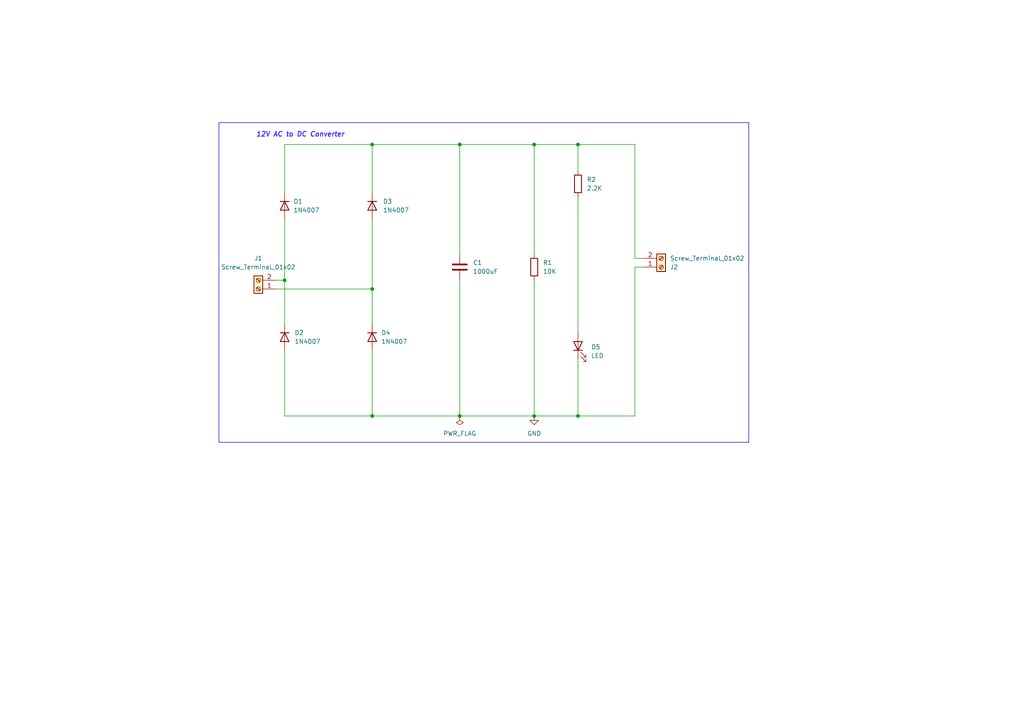
<source format=kicad_sch>
(kicad_sch
	(version 20250114)
	(generator "eeschema")
	(generator_version "9.0")
	(uuid "0d20e2d4-efc8-4791-8480-9b116ee24844")
	(paper "A4")
	(lib_symbols
		(symbol "Connector:Screw_Terminal_01x02"
			(pin_names
				(offset 1.016)
				(hide yes)
			)
			(exclude_from_sim no)
			(in_bom yes)
			(on_board yes)
			(property "Reference" "J"
				(at 0 2.54 0)
				(effects
					(font
						(size 1.27 1.27)
					)
				)
			)
			(property "Value" "Screw_Terminal_01x02"
				(at 0 -5.08 0)
				(effects
					(font
						(size 1.27 1.27)
					)
				)
			)
			(property "Footprint" ""
				(at 0 0 0)
				(effects
					(font
						(size 1.27 1.27)
					)
					(hide yes)
				)
			)
			(property "Datasheet" "~"
				(at 0 0 0)
				(effects
					(font
						(size 1.27 1.27)
					)
					(hide yes)
				)
			)
			(property "Description" "Generic screw terminal, single row, 01x02, script generated (kicad-library-utils/schlib/autogen/connector/)"
				(at 0 0 0)
				(effects
					(font
						(size 1.27 1.27)
					)
					(hide yes)
				)
			)
			(property "ki_keywords" "screw terminal"
				(at 0 0 0)
				(effects
					(font
						(size 1.27 1.27)
					)
					(hide yes)
				)
			)
			(property "ki_fp_filters" "TerminalBlock*:*"
				(at 0 0 0)
				(effects
					(font
						(size 1.27 1.27)
					)
					(hide yes)
				)
			)
			(symbol "Screw_Terminal_01x02_1_1"
				(rectangle
					(start -1.27 1.27)
					(end 1.27 -3.81)
					(stroke
						(width 0.254)
						(type default)
					)
					(fill
						(type background)
					)
				)
				(polyline
					(pts
						(xy -0.5334 0.3302) (xy 0.3302 -0.508)
					)
					(stroke
						(width 0.1524)
						(type default)
					)
					(fill
						(type none)
					)
				)
				(polyline
					(pts
						(xy -0.5334 -2.2098) (xy 0.3302 -3.048)
					)
					(stroke
						(width 0.1524)
						(type default)
					)
					(fill
						(type none)
					)
				)
				(polyline
					(pts
						(xy -0.3556 0.508) (xy 0.508 -0.3302)
					)
					(stroke
						(width 0.1524)
						(type default)
					)
					(fill
						(type none)
					)
				)
				(polyline
					(pts
						(xy -0.3556 -2.032) (xy 0.508 -2.8702)
					)
					(stroke
						(width 0.1524)
						(type default)
					)
					(fill
						(type none)
					)
				)
				(circle
					(center 0 0)
					(radius 0.635)
					(stroke
						(width 0.1524)
						(type default)
					)
					(fill
						(type none)
					)
				)
				(circle
					(center 0 -2.54)
					(radius 0.635)
					(stroke
						(width 0.1524)
						(type default)
					)
					(fill
						(type none)
					)
				)
				(pin passive line
					(at -5.08 0 0)
					(length 3.81)
					(name "Pin_1"
						(effects
							(font
								(size 1.27 1.27)
							)
						)
					)
					(number "1"
						(effects
							(font
								(size 1.27 1.27)
							)
						)
					)
				)
				(pin passive line
					(at -5.08 -2.54 0)
					(length 3.81)
					(name "Pin_2"
						(effects
							(font
								(size 1.27 1.27)
							)
						)
					)
					(number "2"
						(effects
							(font
								(size 1.27 1.27)
							)
						)
					)
				)
			)
			(embedded_fonts no)
		)
		(symbol "Device:C"
			(pin_numbers
				(hide yes)
			)
			(pin_names
				(offset 0.254)
			)
			(exclude_from_sim no)
			(in_bom yes)
			(on_board yes)
			(property "Reference" "C"
				(at 0.635 2.54 0)
				(effects
					(font
						(size 1.27 1.27)
					)
					(justify left)
				)
			)
			(property "Value" "C"
				(at 0.635 -2.54 0)
				(effects
					(font
						(size 1.27 1.27)
					)
					(justify left)
				)
			)
			(property "Footprint" ""
				(at 0.9652 -3.81 0)
				(effects
					(font
						(size 1.27 1.27)
					)
					(hide yes)
				)
			)
			(property "Datasheet" "~"
				(at 0 0 0)
				(effects
					(font
						(size 1.27 1.27)
					)
					(hide yes)
				)
			)
			(property "Description" "Unpolarized capacitor"
				(at 0 0 0)
				(effects
					(font
						(size 1.27 1.27)
					)
					(hide yes)
				)
			)
			(property "ki_keywords" "cap capacitor"
				(at 0 0 0)
				(effects
					(font
						(size 1.27 1.27)
					)
					(hide yes)
				)
			)
			(property "ki_fp_filters" "C_*"
				(at 0 0 0)
				(effects
					(font
						(size 1.27 1.27)
					)
					(hide yes)
				)
			)
			(symbol "C_0_1"
				(polyline
					(pts
						(xy -2.032 0.762) (xy 2.032 0.762)
					)
					(stroke
						(width 0.508)
						(type default)
					)
					(fill
						(type none)
					)
				)
				(polyline
					(pts
						(xy -2.032 -0.762) (xy 2.032 -0.762)
					)
					(stroke
						(width 0.508)
						(type default)
					)
					(fill
						(type none)
					)
				)
			)
			(symbol "C_1_1"
				(pin passive line
					(at 0 3.81 270)
					(length 2.794)
					(name "~"
						(effects
							(font
								(size 1.27 1.27)
							)
						)
					)
					(number "1"
						(effects
							(font
								(size 1.27 1.27)
							)
						)
					)
				)
				(pin passive line
					(at 0 -3.81 90)
					(length 2.794)
					(name "~"
						(effects
							(font
								(size 1.27 1.27)
							)
						)
					)
					(number "2"
						(effects
							(font
								(size 1.27 1.27)
							)
						)
					)
				)
			)
			(embedded_fonts no)
		)
		(symbol "Device:LED"
			(pin_numbers
				(hide yes)
			)
			(pin_names
				(offset 1.016)
				(hide yes)
			)
			(exclude_from_sim no)
			(in_bom yes)
			(on_board yes)
			(property "Reference" "D"
				(at 0 2.54 0)
				(effects
					(font
						(size 1.27 1.27)
					)
				)
			)
			(property "Value" "LED"
				(at 0 -2.54 0)
				(effects
					(font
						(size 1.27 1.27)
					)
				)
			)
			(property "Footprint" ""
				(at 0 0 0)
				(effects
					(font
						(size 1.27 1.27)
					)
					(hide yes)
				)
			)
			(property "Datasheet" "~"
				(at 0 0 0)
				(effects
					(font
						(size 1.27 1.27)
					)
					(hide yes)
				)
			)
			(property "Description" "Light emitting diode"
				(at 0 0 0)
				(effects
					(font
						(size 1.27 1.27)
					)
					(hide yes)
				)
			)
			(property "Sim.Pins" "1=K 2=A"
				(at 0 0 0)
				(effects
					(font
						(size 1.27 1.27)
					)
					(hide yes)
				)
			)
			(property "ki_keywords" "LED diode"
				(at 0 0 0)
				(effects
					(font
						(size 1.27 1.27)
					)
					(hide yes)
				)
			)
			(property "ki_fp_filters" "LED* LED_SMD:* LED_THT:*"
				(at 0 0 0)
				(effects
					(font
						(size 1.27 1.27)
					)
					(hide yes)
				)
			)
			(symbol "LED_0_1"
				(polyline
					(pts
						(xy -3.048 -0.762) (xy -4.572 -2.286) (xy -3.81 -2.286) (xy -4.572 -2.286) (xy -4.572 -1.524)
					)
					(stroke
						(width 0)
						(type default)
					)
					(fill
						(type none)
					)
				)
				(polyline
					(pts
						(xy -1.778 -0.762) (xy -3.302 -2.286) (xy -2.54 -2.286) (xy -3.302 -2.286) (xy -3.302 -1.524)
					)
					(stroke
						(width 0)
						(type default)
					)
					(fill
						(type none)
					)
				)
				(polyline
					(pts
						(xy -1.27 0) (xy 1.27 0)
					)
					(stroke
						(width 0)
						(type default)
					)
					(fill
						(type none)
					)
				)
				(polyline
					(pts
						(xy -1.27 -1.27) (xy -1.27 1.27)
					)
					(stroke
						(width 0.254)
						(type default)
					)
					(fill
						(type none)
					)
				)
				(polyline
					(pts
						(xy 1.27 -1.27) (xy 1.27 1.27) (xy -1.27 0) (xy 1.27 -1.27)
					)
					(stroke
						(width 0.254)
						(type default)
					)
					(fill
						(type none)
					)
				)
			)
			(symbol "LED_1_1"
				(pin passive line
					(at -3.81 0 0)
					(length 2.54)
					(name "K"
						(effects
							(font
								(size 1.27 1.27)
							)
						)
					)
					(number "1"
						(effects
							(font
								(size 1.27 1.27)
							)
						)
					)
				)
				(pin passive line
					(at 3.81 0 180)
					(length 2.54)
					(name "A"
						(effects
							(font
								(size 1.27 1.27)
							)
						)
					)
					(number "2"
						(effects
							(font
								(size 1.27 1.27)
							)
						)
					)
				)
			)
			(embedded_fonts no)
		)
		(symbol "Device:R"
			(pin_numbers
				(hide yes)
			)
			(pin_names
				(offset 0)
			)
			(exclude_from_sim no)
			(in_bom yes)
			(on_board yes)
			(property "Reference" "R"
				(at 2.032 0 90)
				(effects
					(font
						(size 1.27 1.27)
					)
				)
			)
			(property "Value" "R"
				(at 0 0 90)
				(effects
					(font
						(size 1.27 1.27)
					)
				)
			)
			(property "Footprint" ""
				(at -1.778 0 90)
				(effects
					(font
						(size 1.27 1.27)
					)
					(hide yes)
				)
			)
			(property "Datasheet" "~"
				(at 0 0 0)
				(effects
					(font
						(size 1.27 1.27)
					)
					(hide yes)
				)
			)
			(property "Description" "Resistor"
				(at 0 0 0)
				(effects
					(font
						(size 1.27 1.27)
					)
					(hide yes)
				)
			)
			(property "ki_keywords" "R res resistor"
				(at 0 0 0)
				(effects
					(font
						(size 1.27 1.27)
					)
					(hide yes)
				)
			)
			(property "ki_fp_filters" "R_*"
				(at 0 0 0)
				(effects
					(font
						(size 1.27 1.27)
					)
					(hide yes)
				)
			)
			(symbol "R_0_1"
				(rectangle
					(start -1.016 -2.54)
					(end 1.016 2.54)
					(stroke
						(width 0.254)
						(type default)
					)
					(fill
						(type none)
					)
				)
			)
			(symbol "R_1_1"
				(pin passive line
					(at 0 3.81 270)
					(length 1.27)
					(name "~"
						(effects
							(font
								(size 1.27 1.27)
							)
						)
					)
					(number "1"
						(effects
							(font
								(size 1.27 1.27)
							)
						)
					)
				)
				(pin passive line
					(at 0 -3.81 90)
					(length 1.27)
					(name "~"
						(effects
							(font
								(size 1.27 1.27)
							)
						)
					)
					(number "2"
						(effects
							(font
								(size 1.27 1.27)
							)
						)
					)
				)
			)
			(embedded_fonts no)
		)
		(symbol "Diode:1N4007"
			(pin_numbers
				(hide yes)
			)
			(pin_names
				(hide yes)
			)
			(exclude_from_sim no)
			(in_bom yes)
			(on_board yes)
			(property "Reference" "D"
				(at 0 2.54 0)
				(effects
					(font
						(size 1.27 1.27)
					)
				)
			)
			(property "Value" "1N4007"
				(at 0 -2.54 0)
				(effects
					(font
						(size 1.27 1.27)
					)
				)
			)
			(property "Footprint" "Diode_THT:D_DO-41_SOD81_P10.16mm_Horizontal"
				(at 0 -4.445 0)
				(effects
					(font
						(size 1.27 1.27)
					)
					(hide yes)
				)
			)
			(property "Datasheet" "http://www.vishay.com/docs/88503/1n4001.pdf"
				(at 0 0 0)
				(effects
					(font
						(size 1.27 1.27)
					)
					(hide yes)
				)
			)
			(property "Description" "1000V 1A General Purpose Rectifier Diode, DO-41"
				(at 0 0 0)
				(effects
					(font
						(size 1.27 1.27)
					)
					(hide yes)
				)
			)
			(property "Sim.Device" "D"
				(at 0 0 0)
				(effects
					(font
						(size 1.27 1.27)
					)
					(hide yes)
				)
			)
			(property "Sim.Pins" "1=K 2=A"
				(at 0 0 0)
				(effects
					(font
						(size 1.27 1.27)
					)
					(hide yes)
				)
			)
			(property "ki_keywords" "diode"
				(at 0 0 0)
				(effects
					(font
						(size 1.27 1.27)
					)
					(hide yes)
				)
			)
			(property "ki_fp_filters" "D*DO?41*"
				(at 0 0 0)
				(effects
					(font
						(size 1.27 1.27)
					)
					(hide yes)
				)
			)
			(symbol "1N4007_0_1"
				(polyline
					(pts
						(xy -1.27 1.27) (xy -1.27 -1.27)
					)
					(stroke
						(width 0.254)
						(type default)
					)
					(fill
						(type none)
					)
				)
				(polyline
					(pts
						(xy 1.27 1.27) (xy 1.27 -1.27) (xy -1.27 0) (xy 1.27 1.27)
					)
					(stroke
						(width 0.254)
						(type default)
					)
					(fill
						(type none)
					)
				)
				(polyline
					(pts
						(xy 1.27 0) (xy -1.27 0)
					)
					(stroke
						(width 0)
						(type default)
					)
					(fill
						(type none)
					)
				)
			)
			(symbol "1N4007_1_1"
				(pin passive line
					(at -3.81 0 0)
					(length 2.54)
					(name "K"
						(effects
							(font
								(size 1.27 1.27)
							)
						)
					)
					(number "1"
						(effects
							(font
								(size 1.27 1.27)
							)
						)
					)
				)
				(pin passive line
					(at 3.81 0 180)
					(length 2.54)
					(name "A"
						(effects
							(font
								(size 1.27 1.27)
							)
						)
					)
					(number "2"
						(effects
							(font
								(size 1.27 1.27)
							)
						)
					)
				)
			)
			(embedded_fonts no)
		)
		(symbol "power:GND"
			(power)
			(pin_numbers
				(hide yes)
			)
			(pin_names
				(offset 0)
				(hide yes)
			)
			(exclude_from_sim no)
			(in_bom yes)
			(on_board yes)
			(property "Reference" "#PWR"
				(at 0 -6.35 0)
				(effects
					(font
						(size 1.27 1.27)
					)
					(hide yes)
				)
			)
			(property "Value" "GND"
				(at 0 -3.81 0)
				(effects
					(font
						(size 1.27 1.27)
					)
				)
			)
			(property "Footprint" ""
				(at 0 0 0)
				(effects
					(font
						(size 1.27 1.27)
					)
					(hide yes)
				)
			)
			(property "Datasheet" ""
				(at 0 0 0)
				(effects
					(font
						(size 1.27 1.27)
					)
					(hide yes)
				)
			)
			(property "Description" "Power symbol creates a global label with name \"GND\" , ground"
				(at 0 0 0)
				(effects
					(font
						(size 1.27 1.27)
					)
					(hide yes)
				)
			)
			(property "ki_keywords" "global power"
				(at 0 0 0)
				(effects
					(font
						(size 1.27 1.27)
					)
					(hide yes)
				)
			)
			(symbol "GND_0_1"
				(polyline
					(pts
						(xy 0 0) (xy 0 -1.27) (xy 1.27 -1.27) (xy 0 -2.54) (xy -1.27 -1.27) (xy 0 -1.27)
					)
					(stroke
						(width 0)
						(type default)
					)
					(fill
						(type none)
					)
				)
			)
			(symbol "GND_1_1"
				(pin power_in line
					(at 0 0 270)
					(length 0)
					(name "~"
						(effects
							(font
								(size 1.27 1.27)
							)
						)
					)
					(number "1"
						(effects
							(font
								(size 1.27 1.27)
							)
						)
					)
				)
			)
			(embedded_fonts no)
		)
		(symbol "power:PWR_FLAG"
			(power)
			(pin_numbers
				(hide yes)
			)
			(pin_names
				(offset 0)
				(hide yes)
			)
			(exclude_from_sim no)
			(in_bom yes)
			(on_board yes)
			(property "Reference" "#FLG"
				(at 0 1.905 0)
				(effects
					(font
						(size 1.27 1.27)
					)
					(hide yes)
				)
			)
			(property "Value" "PWR_FLAG"
				(at 0 3.81 0)
				(effects
					(font
						(size 1.27 1.27)
					)
				)
			)
			(property "Footprint" ""
				(at 0 0 0)
				(effects
					(font
						(size 1.27 1.27)
					)
					(hide yes)
				)
			)
			(property "Datasheet" "~"
				(at 0 0 0)
				(effects
					(font
						(size 1.27 1.27)
					)
					(hide yes)
				)
			)
			(property "Description" "Special symbol for telling ERC where power comes from"
				(at 0 0 0)
				(effects
					(font
						(size 1.27 1.27)
					)
					(hide yes)
				)
			)
			(property "ki_keywords" "flag power"
				(at 0 0 0)
				(effects
					(font
						(size 1.27 1.27)
					)
					(hide yes)
				)
			)
			(symbol "PWR_FLAG_0_0"
				(pin power_out line
					(at 0 0 90)
					(length 0)
					(name "~"
						(effects
							(font
								(size 1.27 1.27)
							)
						)
					)
					(number "1"
						(effects
							(font
								(size 1.27 1.27)
							)
						)
					)
				)
			)
			(symbol "PWR_FLAG_0_1"
				(polyline
					(pts
						(xy 0 0) (xy 0 1.27) (xy -1.016 1.905) (xy 0 2.54) (xy 1.016 1.905) (xy 0 1.27)
					)
					(stroke
						(width 0)
						(type default)
					)
					(fill
						(type none)
					)
				)
			)
			(embedded_fonts no)
		)
	)
	(rectangle
		(start 63.5 35.56)
		(end 217.17 128.27)
		(stroke
			(width 0)
			(type default)
		)
		(fill
			(type none)
		)
		(uuid 7de3cf80-963c-448c-9388-4e471a828df0)
	)
	(text "12V AC to DC Converter"
		(exclude_from_sim no)
		(at 87.122 39.116 0)
		(effects
			(font
				(size 1.397 1.397)
				(thickness 0.254)
				(bold yes)
				(italic yes)
				(color 59 40 255 1)
			)
		)
		(uuid "92244bd0-3d3f-4fd0-8eff-392a6d7d63de")
	)
	(junction
		(at 107.95 41.91)
		(diameter 0)
		(color 0 0 0 0)
		(uuid "1b154cb8-a9d3-42ff-aa60-79e1516ecd07")
	)
	(junction
		(at 154.94 41.91)
		(diameter 0)
		(color 0 0 0 0)
		(uuid "2fd65a8e-8586-429d-a78e-262279f5cfbf")
	)
	(junction
		(at 167.64 120.65)
		(diameter 0)
		(color 0 0 0 0)
		(uuid "6e50b284-259c-4fd4-ab95-628e10a3d9b1")
	)
	(junction
		(at 107.95 83.82)
		(diameter 0)
		(color 0 0 0 0)
		(uuid "6ee07942-8eb3-4fcf-9f03-d9d0435ee596")
	)
	(junction
		(at 133.35 120.65)
		(diameter 0)
		(color 0 0 0 0)
		(uuid "76f34891-f0e6-4d16-b261-5830f8314d13")
	)
	(junction
		(at 133.35 41.91)
		(diameter 0)
		(color 0 0 0 0)
		(uuid "7786ac88-c26e-4846-b875-5a7c5e85e3b3")
	)
	(junction
		(at 167.64 41.91)
		(diameter 0)
		(color 0 0 0 0)
		(uuid "77dbdbe7-17df-40c1-a0c6-9288249d8c59")
	)
	(junction
		(at 154.94 120.65)
		(diameter 0)
		(color 0 0 0 0)
		(uuid "9f9fec32-5f2b-4f4e-8078-d7b6bbde3d83")
	)
	(junction
		(at 107.95 120.65)
		(diameter 0)
		(color 0 0 0 0)
		(uuid "e108ddda-3e63-4945-8d78-780a7b4be4d7")
	)
	(junction
		(at 82.55 81.28)
		(diameter 0)
		(color 0 0 0 0)
		(uuid "e264cdf1-090a-4e41-9a87-ec44e222567c")
	)
	(wire
		(pts
			(xy 133.35 120.65) (xy 107.95 120.65)
		)
		(stroke
			(width 0)
			(type default)
		)
		(uuid "0002460b-bd80-4055-b059-771f62792e8b")
	)
	(wire
		(pts
			(xy 184.15 74.93) (xy 184.15 41.91)
		)
		(stroke
			(width 0)
			(type default)
		)
		(uuid "000b51f7-134c-4548-ab28-6d475bd57a4e")
	)
	(wire
		(pts
			(xy 82.55 120.65) (xy 107.95 120.65)
		)
		(stroke
			(width 0)
			(type default)
		)
		(uuid "08da7805-6a72-45e2-97f7-d9a854de57e8")
	)
	(wire
		(pts
			(xy 154.94 41.91) (xy 167.64 41.91)
		)
		(stroke
			(width 0)
			(type default)
		)
		(uuid "0dca8d2c-bccc-4d7b-9a39-c91e6a8fe0c2")
	)
	(wire
		(pts
			(xy 82.55 55.88) (xy 82.55 41.91)
		)
		(stroke
			(width 0)
			(type default)
		)
		(uuid "1a64c48e-746d-4622-8dd8-ba2968c14a5f")
	)
	(wire
		(pts
			(xy 154.94 120.65) (xy 167.64 120.65)
		)
		(stroke
			(width 0)
			(type default)
		)
		(uuid "21a6ce5f-3105-4ef4-b0e7-1dfe8694097c")
	)
	(wire
		(pts
			(xy 133.35 41.91) (xy 154.94 41.91)
		)
		(stroke
			(width 0)
			(type default)
		)
		(uuid "22974655-3a14-4343-9932-7f30e01546f0")
	)
	(wire
		(pts
			(xy 167.64 41.91) (xy 184.15 41.91)
		)
		(stroke
			(width 0)
			(type default)
		)
		(uuid "29ebe3e5-e425-4cbb-b5ca-085cfbca018c")
	)
	(wire
		(pts
			(xy 82.55 63.5) (xy 82.55 81.28)
		)
		(stroke
			(width 0)
			(type default)
		)
		(uuid "2c777676-39e1-4dab-84cd-c8b218da9c80")
	)
	(wire
		(pts
			(xy 167.64 57.15) (xy 167.64 96.52)
		)
		(stroke
			(width 0)
			(type default)
		)
		(uuid "2f0433e1-c5fa-4b03-a4f9-92c711197049")
	)
	(wire
		(pts
			(xy 133.35 81.28) (xy 133.35 120.65)
		)
		(stroke
			(width 0)
			(type default)
		)
		(uuid "2fab915e-0c66-4311-a567-2a36ec87d953")
	)
	(wire
		(pts
			(xy 184.15 77.47) (xy 184.15 120.65)
		)
		(stroke
			(width 0)
			(type default)
		)
		(uuid "3a46cb63-c3d2-42a1-abd4-29aefdbe6977")
	)
	(wire
		(pts
			(xy 133.35 41.91) (xy 107.95 41.91)
		)
		(stroke
			(width 0)
			(type default)
		)
		(uuid "3cae2e8a-1886-4fb2-af85-06eb06af0721")
	)
	(wire
		(pts
			(xy 80.01 83.82) (xy 107.95 83.82)
		)
		(stroke
			(width 0)
			(type default)
		)
		(uuid "45970740-fa9b-4f53-848e-afa2ad1de33f")
	)
	(wire
		(pts
			(xy 186.69 77.47) (xy 184.15 77.47)
		)
		(stroke
			(width 0)
			(type default)
		)
		(uuid "4885dce5-0308-47b9-8c71-bbbc14fcae36")
	)
	(wire
		(pts
			(xy 82.55 81.28) (xy 82.55 93.98)
		)
		(stroke
			(width 0)
			(type default)
		)
		(uuid "4977690c-e3a6-41c6-871d-c4b06c3436b8")
	)
	(wire
		(pts
			(xy 167.64 104.14) (xy 167.64 120.65)
		)
		(stroke
			(width 0)
			(type default)
		)
		(uuid "550bc912-b471-4965-9a54-728b033aa323")
	)
	(wire
		(pts
			(xy 154.94 120.65) (xy 133.35 120.65)
		)
		(stroke
			(width 0)
			(type default)
		)
		(uuid "5e7f0ca5-3eea-4ebb-a67f-475222084f60")
	)
	(wire
		(pts
			(xy 107.95 83.82) (xy 107.95 93.98)
		)
		(stroke
			(width 0)
			(type default)
		)
		(uuid "649ad527-fb8f-4cd3-a8b0-d86d167e9cce")
	)
	(wire
		(pts
			(xy 154.94 41.91) (xy 154.94 73.66)
		)
		(stroke
			(width 0)
			(type default)
		)
		(uuid "70021750-da48-4a24-96c9-2ce7c6531cf7")
	)
	(wire
		(pts
			(xy 82.55 101.6) (xy 82.55 120.65)
		)
		(stroke
			(width 0)
			(type default)
		)
		(uuid "8b1d61d3-dbb9-4151-a3b5-a56a86847e71")
	)
	(wire
		(pts
			(xy 107.95 41.91) (xy 107.95 55.88)
		)
		(stroke
			(width 0)
			(type default)
		)
		(uuid "8bb5ae8e-e5a2-423f-818b-e5e308c447d2")
	)
	(wire
		(pts
			(xy 82.55 41.91) (xy 107.95 41.91)
		)
		(stroke
			(width 0)
			(type default)
		)
		(uuid "8bbdee9d-f317-4877-9995-6f645a169fa0")
	)
	(wire
		(pts
			(xy 107.95 101.6) (xy 107.95 120.65)
		)
		(stroke
			(width 0)
			(type default)
		)
		(uuid "8ed86ba8-5901-460d-b0ca-4c62896dcf98")
	)
	(wire
		(pts
			(xy 107.95 63.5) (xy 107.95 83.82)
		)
		(stroke
			(width 0)
			(type default)
		)
		(uuid "94829aa5-6b57-495c-ad94-9f9438a768dd")
	)
	(wire
		(pts
			(xy 80.01 81.28) (xy 82.55 81.28)
		)
		(stroke
			(width 0)
			(type default)
		)
		(uuid "ad2e7ec9-cd62-4813-a2ad-608910f4d8e4")
	)
	(wire
		(pts
			(xy 133.35 73.66) (xy 133.35 41.91)
		)
		(stroke
			(width 0)
			(type default)
		)
		(uuid "b0604686-d5ea-43a2-9617-8a8c7c9f7445")
	)
	(wire
		(pts
			(xy 154.94 81.28) (xy 154.94 120.65)
		)
		(stroke
			(width 0)
			(type default)
		)
		(uuid "c840b477-1bec-4113-bf32-434fdd33683e")
	)
	(wire
		(pts
			(xy 167.64 49.53) (xy 167.64 41.91)
		)
		(stroke
			(width 0)
			(type default)
		)
		(uuid "d5b0d5c8-d2f3-4fb0-be5d-930e6d5c35d9")
	)
	(wire
		(pts
			(xy 186.69 74.93) (xy 184.15 74.93)
		)
		(stroke
			(width 0)
			(type default)
		)
		(uuid "eb2c9873-ecfe-480c-8e71-5d05854c343c")
	)
	(wire
		(pts
			(xy 167.64 120.65) (xy 184.15 120.65)
		)
		(stroke
			(width 0)
			(type default)
		)
		(uuid "f6df902a-21c8-4d79-b221-dbd5feedd0c1")
	)
	(symbol
		(lib_id "Device:LED")
		(at 167.64 100.33 90)
		(unit 1)
		(exclude_from_sim no)
		(in_bom yes)
		(on_board yes)
		(dnp no)
		(fields_autoplaced yes)
		(uuid "15f9034a-11d1-41b3-a1b4-2fb478dd2074")
		(property "Reference" "D5"
			(at 171.45 100.6474 90)
			(effects
				(font
					(size 1.27 1.27)
				)
				(justify right)
			)
		)
		(property "Value" "LED"
			(at 171.45 103.1874 90)
			(effects
				(font
					(size 1.27 1.27)
				)
				(justify right)
			)
		)
		(property "Footprint" "LED_THT:LED_D5.0mm"
			(at 167.64 100.33 0)
			(effects
				(font
					(size 1.27 1.27)
				)
				(hide yes)
			)
		)
		(property "Datasheet" "~"
			(at 167.64 100.33 0)
			(effects
				(font
					(size 1.27 1.27)
				)
				(hide yes)
			)
		)
		(property "Description" "Light emitting diode"
			(at 167.64 100.33 0)
			(effects
				(font
					(size 1.27 1.27)
				)
				(hide yes)
			)
		)
		(property "Sim.Pins" "1=K 2=A"
			(at 167.64 100.33 0)
			(effects
				(font
					(size 1.27 1.27)
				)
				(hide yes)
			)
		)
		(pin "1"
			(uuid "ca3d74f2-a55d-42a6-9076-43e18a523240")
		)
		(pin "2"
			(uuid "131cce78-6d8e-4a08-9eb9-a08b9cee55f2")
		)
		(instances
			(project ""
				(path "/0d20e2d4-efc8-4791-8480-9b116ee24844"
					(reference "D5")
					(unit 1)
				)
			)
		)
	)
	(symbol
		(lib_id "Diode:1N4007")
		(at 82.55 97.79 270)
		(unit 1)
		(exclude_from_sim no)
		(in_bom yes)
		(on_board yes)
		(dnp no)
		(fields_autoplaced yes)
		(uuid "1dd169a9-df05-4a7d-9d39-8cf8356ad295")
		(property "Reference" "D2"
			(at 85.4118 96.5199 90)
			(effects
				(font
					(size 1.27 1.27)
				)
				(justify left)
			)
		)
		(property "Value" "1N4007"
			(at 85.4118 99.0599 90)
			(effects
				(font
					(size 1.27 1.27)
				)
				(justify left)
			)
		)
		(property "Footprint" "Diode_THT:D_DO-41_SOD81_P10.16mm_Horizontal"
			(at 78.105 97.79 0)
			(effects
				(font
					(size 1.27 1.27)
				)
				(hide yes)
			)
		)
		(property "Datasheet" "http://www.vishay.com/docs/88503/1n4001.pdf"
			(at 82.55 97.79 0)
			(effects
				(font
					(size 1.27 1.27)
				)
				(hide yes)
			)
		)
		(property "Description" "1000V 1A General Purpose Rectifier Diode, DO-41"
			(at 82.55 97.79 0)
			(effects
				(font
					(size 1.27 1.27)
				)
				(hide yes)
			)
		)
		(property "Sim.Device" "D"
			(at 82.55 97.79 0)
			(effects
				(font
					(size 1.27 1.27)
				)
				(hide yes)
			)
		)
		(property "Sim.Pins" "1=K 2=A"
			(at 82.55 97.79 0)
			(effects
				(font
					(size 1.27 1.27)
				)
				(hide yes)
			)
		)
		(pin "1"
			(uuid "7a31fcb8-d0f2-448d-a3d2-21459191bfa5")
		)
		(pin "2"
			(uuid "591a6304-9649-4902-a277-4a4de157e220")
		)
		(instances
			(project "555_timer"
				(path "/0d20e2d4-efc8-4791-8480-9b116ee24844"
					(reference "D2")
					(unit 1)
				)
			)
		)
	)
	(symbol
		(lib_id "Diode:1N4007")
		(at 107.95 97.79 270)
		(unit 1)
		(exclude_from_sim no)
		(in_bom yes)
		(on_board yes)
		(dnp no)
		(fields_autoplaced yes)
		(uuid "347eeb8c-cbfd-4bf0-adf5-b67809f61faf")
		(property "Reference" "D4"
			(at 110.5437 96.5199 90)
			(effects
				(font
					(size 1.27 1.27)
				)
				(justify left)
			)
		)
		(property "Value" "1N4007"
			(at 110.5437 99.0599 90)
			(effects
				(font
					(size 1.27 1.27)
				)
				(justify left)
			)
		)
		(property "Footprint" "Diode_THT:D_DO-41_SOD81_P10.16mm_Horizontal"
			(at 103.505 97.79 0)
			(effects
				(font
					(size 1.27 1.27)
				)
				(hide yes)
			)
		)
		(property "Datasheet" "http://www.vishay.com/docs/88503/1n4001.pdf"
			(at 107.95 97.79 0)
			(effects
				(font
					(size 1.27 1.27)
				)
				(hide yes)
			)
		)
		(property "Description" "1000V 1A General Purpose Rectifier Diode, DO-41"
			(at 107.95 97.79 0)
			(effects
				(font
					(size 1.27 1.27)
				)
				(hide yes)
			)
		)
		(property "Sim.Device" "D"
			(at 107.95 97.79 0)
			(effects
				(font
					(size 1.27 1.27)
				)
				(hide yes)
			)
		)
		(property "Sim.Pins" "1=K 2=A"
			(at 107.95 97.79 0)
			(effects
				(font
					(size 1.27 1.27)
				)
				(hide yes)
			)
		)
		(pin "1"
			(uuid "dca0e212-0526-4a85-b460-92b5b64f2093")
		)
		(pin "2"
			(uuid "8527c898-3d23-409b-bc6b-cc529977c3ed")
		)
		(instances
			(project "555_timer"
				(path "/0d20e2d4-efc8-4791-8480-9b116ee24844"
					(reference "D4")
					(unit 1)
				)
			)
		)
	)
	(symbol
		(lib_id "Device:C")
		(at 133.35 77.47 0)
		(unit 1)
		(exclude_from_sim no)
		(in_bom yes)
		(on_board yes)
		(dnp no)
		(fields_autoplaced yes)
		(uuid "5568993a-bf39-4fdf-a534-968ca1b7fdab")
		(property "Reference" "C1"
			(at 137.16 76.1999 0)
			(effects
				(font
					(size 1.27 1.27)
				)
				(justify left)
			)
		)
		(property "Value" "1000uF"
			(at 137.16 78.7399 0)
			(effects
				(font
					(size 1.27 1.27)
				)
				(justify left)
			)
		)
		(property "Footprint" "Capacitor_THT:CP_Radial_D13.0mm_P5.00mm"
			(at 134.3152 81.28 0)
			(effects
				(font
					(size 1.27 1.27)
				)
				(hide yes)
			)
		)
		(property "Datasheet" "~"
			(at 133.35 77.47 0)
			(effects
				(font
					(size 1.27 1.27)
				)
				(hide yes)
			)
		)
		(property "Description" "Unpolarized capacitor"
			(at 133.35 77.47 0)
			(effects
				(font
					(size 1.27 1.27)
				)
				(hide yes)
			)
		)
		(pin "2"
			(uuid "b49943ec-9e1e-49a6-895e-e17581b216c9")
		)
		(pin "1"
			(uuid "24d89435-7727-43f4-9102-54ba0ad838e8")
		)
		(instances
			(project ""
				(path "/0d20e2d4-efc8-4791-8480-9b116ee24844"
					(reference "C1")
					(unit 1)
				)
			)
		)
	)
	(symbol
		(lib_id "Diode:1N4007")
		(at 107.95 59.69 270)
		(unit 1)
		(exclude_from_sim no)
		(in_bom yes)
		(on_board yes)
		(dnp no)
		(fields_autoplaced yes)
		(uuid "785e5094-132a-4aff-8455-ee0f34b1f852")
		(property "Reference" "D3"
			(at 111.0564 58.4199 90)
			(effects
				(font
					(size 1.27 1.27)
				)
				(justify left)
			)
		)
		(property "Value" "1N4007"
			(at 111.0564 60.9599 90)
			(effects
				(font
					(size 1.27 1.27)
				)
				(justify left)
			)
		)
		(property "Footprint" "Diode_THT:D_DO-41_SOD81_P10.16mm_Horizontal"
			(at 103.505 59.69 0)
			(effects
				(font
					(size 1.27 1.27)
				)
				(hide yes)
			)
		)
		(property "Datasheet" "http://www.vishay.com/docs/88503/1n4001.pdf"
			(at 107.95 59.69 0)
			(effects
				(font
					(size 1.27 1.27)
				)
				(hide yes)
			)
		)
		(property "Description" "1000V 1A General Purpose Rectifier Diode, DO-41"
			(at 107.95 59.69 0)
			(effects
				(font
					(size 1.27 1.27)
				)
				(hide yes)
			)
		)
		(property "Sim.Device" "D"
			(at 107.95 59.69 0)
			(effects
				(font
					(size 1.27 1.27)
				)
				(hide yes)
			)
		)
		(property "Sim.Pins" "1=K 2=A"
			(at 107.95 59.69 0)
			(effects
				(font
					(size 1.27 1.27)
				)
				(hide yes)
			)
		)
		(pin "1"
			(uuid "c79dc910-42d2-4737-8790-a76d2d730ff6")
		)
		(pin "2"
			(uuid "c5a860d6-84c2-4220-8f3a-3de5703f642c")
		)
		(instances
			(project "555_timer"
				(path "/0d20e2d4-efc8-4791-8480-9b116ee24844"
					(reference "D3")
					(unit 1)
				)
			)
		)
	)
	(symbol
		(lib_id "Device:R")
		(at 154.94 77.47 0)
		(unit 1)
		(exclude_from_sim no)
		(in_bom yes)
		(on_board yes)
		(dnp no)
		(fields_autoplaced yes)
		(uuid "8ce76279-87de-4fa1-81f2-98bf5c76bcf0")
		(property "Reference" "R1"
			(at 157.48 76.1999 0)
			(effects
				(font
					(size 1.27 1.27)
				)
				(justify left)
			)
		)
		(property "Value" "10K"
			(at 157.48 78.7399 0)
			(effects
				(font
					(size 1.27 1.27)
				)
				(justify left)
			)
		)
		(property "Footprint" "Resistor_THT:R_Axial_DIN0204_L3.6mm_D1.6mm_P7.62mm_Horizontal"
			(at 153.162 77.47 90)
			(effects
				(font
					(size 1.27 1.27)
				)
				(hide yes)
			)
		)
		(property "Datasheet" "~"
			(at 154.94 77.47 0)
			(effects
				(font
					(size 1.27 1.27)
				)
				(hide yes)
			)
		)
		(property "Description" "Resistor"
			(at 154.94 77.47 0)
			(effects
				(font
					(size 1.27 1.27)
				)
				(hide yes)
			)
		)
		(pin "1"
			(uuid "fd0da6f7-5411-4fc6-bc18-8351841951af")
		)
		(pin "2"
			(uuid "49d53771-b5da-4da5-89dd-480c523f9abf")
		)
		(instances
			(project ""
				(path "/0d20e2d4-efc8-4791-8480-9b116ee24844"
					(reference "R1")
					(unit 1)
				)
			)
		)
	)
	(symbol
		(lib_id "Connector:Screw_Terminal_01x02")
		(at 74.93 83.82 180)
		(unit 1)
		(exclude_from_sim no)
		(in_bom yes)
		(on_board yes)
		(dnp no)
		(fields_autoplaced yes)
		(uuid "ab6f669b-60b1-41db-b5ac-23dca5f1f3c8")
		(property "Reference" "J1"
			(at 74.93 74.93 0)
			(effects
				(font
					(size 1.27 1.27)
				)
			)
		)
		(property "Value" "Screw_Terminal_01x02"
			(at 74.93 77.47 0)
			(effects
				(font
					(size 1.27 1.27)
				)
			)
		)
		(property "Footprint" "TerminalBlock:TerminalBlock_MaiXu_MX126-5.0-02P_1x02_P5.00mm"
			(at 74.93 83.82 0)
			(effects
				(font
					(size 1.27 1.27)
				)
				(hide yes)
			)
		)
		(property "Datasheet" "~"
			(at 74.93 83.82 0)
			(effects
				(font
					(size 1.27 1.27)
				)
				(hide yes)
			)
		)
		(property "Description" "Generic screw terminal, single row, 01x02, script generated (kicad-library-utils/schlib/autogen/connector/)"
			(at 74.93 83.82 0)
			(effects
				(font
					(size 1.27 1.27)
				)
				(hide yes)
			)
		)
		(pin "1"
			(uuid "b77275c1-5614-494a-8e73-a341bef64256")
		)
		(pin "2"
			(uuid "a79cab99-e17c-4aec-83d8-9859ab946092")
		)
		(instances
			(project ""
				(path "/0d20e2d4-efc8-4791-8480-9b116ee24844"
					(reference "J1")
					(unit 1)
				)
			)
		)
	)
	(symbol
		(lib_id "Device:R")
		(at 167.64 53.34 0)
		(unit 1)
		(exclude_from_sim no)
		(in_bom yes)
		(on_board yes)
		(dnp no)
		(fields_autoplaced yes)
		(uuid "b61f2250-47f9-4fb3-9990-4b3e07a6c079")
		(property "Reference" "R2"
			(at 170.18 52.0699 0)
			(effects
				(font
					(size 1.27 1.27)
				)
				(justify left)
			)
		)
		(property "Value" "2.2K"
			(at 170.18 54.6099 0)
			(effects
				(font
					(size 1.27 1.27)
				)
				(justify left)
			)
		)
		(property "Footprint" "Resistor_THT:R_Axial_DIN0204_L3.6mm_D1.6mm_P7.62mm_Horizontal"
			(at 165.862 53.34 90)
			(effects
				(font
					(size 1.27 1.27)
				)
				(hide yes)
			)
		)
		(property "Datasheet" "~"
			(at 167.64 53.34 0)
			(effects
				(font
					(size 1.27 1.27)
				)
				(hide yes)
			)
		)
		(property "Description" "Resistor"
			(at 167.64 53.34 0)
			(effects
				(font
					(size 1.27 1.27)
				)
				(hide yes)
			)
		)
		(pin "1"
			(uuid "813f7551-084d-4b29-8d23-fc4449fa7a9d")
		)
		(pin "2"
			(uuid "2dba3fc6-852f-4535-8fc3-b046a8da321a")
		)
		(instances
			(project "555_timer"
				(path "/0d20e2d4-efc8-4791-8480-9b116ee24844"
					(reference "R2")
					(unit 1)
				)
			)
		)
	)
	(symbol
		(lib_id "Connector:Screw_Terminal_01x02")
		(at 191.77 77.47 0)
		(mirror x)
		(unit 1)
		(exclude_from_sim no)
		(in_bom yes)
		(on_board yes)
		(dnp no)
		(uuid "c2604012-87e1-423a-8f5b-e38abe297c88")
		(property "Reference" "J2"
			(at 194.31 77.4701 0)
			(effects
				(font
					(size 1.27 1.27)
				)
				(justify left)
			)
		)
		(property "Value" "Screw_Terminal_01x02"
			(at 194.31 74.9301 0)
			(effects
				(font
					(size 1.27 1.27)
				)
				(justify left)
			)
		)
		(property "Footprint" "TerminalBlock:TerminalBlock_MaiXu_MX126-5.0-02P_1x02_P5.00mm"
			(at 191.77 77.47 0)
			(effects
				(font
					(size 1.27 1.27)
				)
				(hide yes)
			)
		)
		(property "Datasheet" "~"
			(at 191.77 77.47 0)
			(effects
				(font
					(size 1.27 1.27)
				)
				(hide yes)
			)
		)
		(property "Description" "Generic screw terminal, single row, 01x02, script generated (kicad-library-utils/schlib/autogen/connector/)"
			(at 191.77 77.47 0)
			(effects
				(font
					(size 1.27 1.27)
				)
				(hide yes)
			)
		)
		(pin "1"
			(uuid "206b1a50-1e40-42b1-835c-27888c151cba")
		)
		(pin "2"
			(uuid "b5552bb5-7b96-416a-ac1f-d970e2259793")
		)
		(instances
			(project "555_timer"
				(path "/0d20e2d4-efc8-4791-8480-9b116ee24844"
					(reference "J2")
					(unit 1)
				)
			)
		)
	)
	(symbol
		(lib_id "power:PWR_FLAG")
		(at 133.35 120.65 180)
		(unit 1)
		(exclude_from_sim no)
		(in_bom yes)
		(on_board yes)
		(dnp no)
		(fields_autoplaced yes)
		(uuid "dc805404-e87d-4dc1-ba6b-2df8b4873709")
		(property "Reference" "#FLG01"
			(at 133.35 122.555 0)
			(effects
				(font
					(size 1.27 1.27)
				)
				(hide yes)
			)
		)
		(property "Value" "PWR_FLAG"
			(at 133.35 125.73 0)
			(effects
				(font
					(size 1.27 1.27)
				)
			)
		)
		(property "Footprint" ""
			(at 133.35 120.65 0)
			(effects
				(font
					(size 1.27 1.27)
				)
				(hide yes)
			)
		)
		(property "Datasheet" "~"
			(at 133.35 120.65 0)
			(effects
				(font
					(size 1.27 1.27)
				)
				(hide yes)
			)
		)
		(property "Description" "Special symbol for telling ERC where power comes from"
			(at 133.35 120.65 0)
			(effects
				(font
					(size 1.27 1.27)
				)
				(hide yes)
			)
		)
		(pin "1"
			(uuid "fe22eaab-280c-4c2c-92e6-18de48c5783c")
		)
		(instances
			(project ""
				(path "/0d20e2d4-efc8-4791-8480-9b116ee24844"
					(reference "#FLG01")
					(unit 1)
				)
			)
		)
	)
	(symbol
		(lib_id "Diode:1N4007")
		(at 82.55 59.69 270)
		(unit 1)
		(exclude_from_sim no)
		(in_bom yes)
		(on_board yes)
		(dnp no)
		(fields_autoplaced yes)
		(uuid "fa7287cd-2a63-457d-a77d-28132a55f1da")
		(property "Reference" "D1"
			(at 85.09 58.4199 90)
			(effects
				(font
					(size 1.27 1.27)
				)
				(justify left)
			)
		)
		(property "Value" "1N4007"
			(at 85.09 60.9599 90)
			(effects
				(font
					(size 1.27 1.27)
				)
				(justify left)
			)
		)
		(property "Footprint" "Diode_THT:D_DO-41_SOD81_P10.16mm_Horizontal"
			(at 78.105 59.69 0)
			(effects
				(font
					(size 1.27 1.27)
				)
				(hide yes)
			)
		)
		(property "Datasheet" "http://www.vishay.com/docs/88503/1n4001.pdf"
			(at 82.55 59.69 0)
			(effects
				(font
					(size 1.27 1.27)
				)
				(hide yes)
			)
		)
		(property "Description" "1000V 1A General Purpose Rectifier Diode, DO-41"
			(at 82.55 59.69 0)
			(effects
				(font
					(size 1.27 1.27)
				)
				(hide yes)
			)
		)
		(property "Sim.Device" "D"
			(at 82.55 59.69 0)
			(effects
				(font
					(size 1.27 1.27)
				)
				(hide yes)
			)
		)
		(property "Sim.Pins" "1=K 2=A"
			(at 82.55 59.69 0)
			(effects
				(font
					(size 1.27 1.27)
				)
				(hide yes)
			)
		)
		(pin "1"
			(uuid "392e6dd7-c53e-410e-ae14-a4e3ca4484ab")
		)
		(pin "2"
			(uuid "464568b8-7f81-4fd9-bca9-357050a0ce76")
		)
		(instances
			(project ""
				(path "/0d20e2d4-efc8-4791-8480-9b116ee24844"
					(reference "D1")
					(unit 1)
				)
			)
		)
	)
	(symbol
		(lib_id "power:GND")
		(at 154.94 120.65 0)
		(unit 1)
		(exclude_from_sim no)
		(in_bom yes)
		(on_board yes)
		(dnp no)
		(fields_autoplaced yes)
		(uuid "fe4a7c1a-2859-4881-ac01-13f2456bfb80")
		(property "Reference" "#PWR01"
			(at 154.94 127 0)
			(effects
				(font
					(size 1.27 1.27)
				)
				(hide yes)
			)
		)
		(property "Value" "GND"
			(at 154.94 125.73 0)
			(effects
				(font
					(size 1.27 1.27)
				)
			)
		)
		(property "Footprint" ""
			(at 154.94 120.65 0)
			(effects
				(font
					(size 1.27 1.27)
				)
				(hide yes)
			)
		)
		(property "Datasheet" ""
			(at 154.94 120.65 0)
			(effects
				(font
					(size 1.27 1.27)
				)
				(hide yes)
			)
		)
		(property "Description" "Power symbol creates a global label with name \"GND\" , ground"
			(at 154.94 120.65 0)
			(effects
				(font
					(size 1.27 1.27)
				)
				(hide yes)
			)
		)
		(pin "1"
			(uuid "06ecd15f-f8db-4086-84a8-e41741145136")
		)
		(instances
			(project ""
				(path "/0d20e2d4-efc8-4791-8480-9b116ee24844"
					(reference "#PWR01")
					(unit 1)
				)
			)
		)
	)
	(sheet_instances
		(path "/"
			(page "1")
		)
	)
	(embedded_fonts no)
)

</source>
